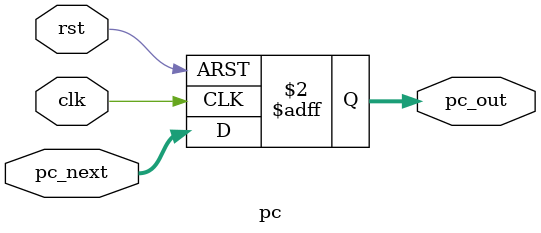
<source format=v>
`timescale 1ns / 1ps

module pc (
    input wire clk,
    input wire rst,
    input wire [31:0] pc_next,
    output reg [31:0] pc_out
);

    always @(posedge clk or posedge rst)
    begin
        if (rst)
            pc_out <= 32'b0;
        else
            pc_out <= pc_next;
    end

endmodule
</source>
